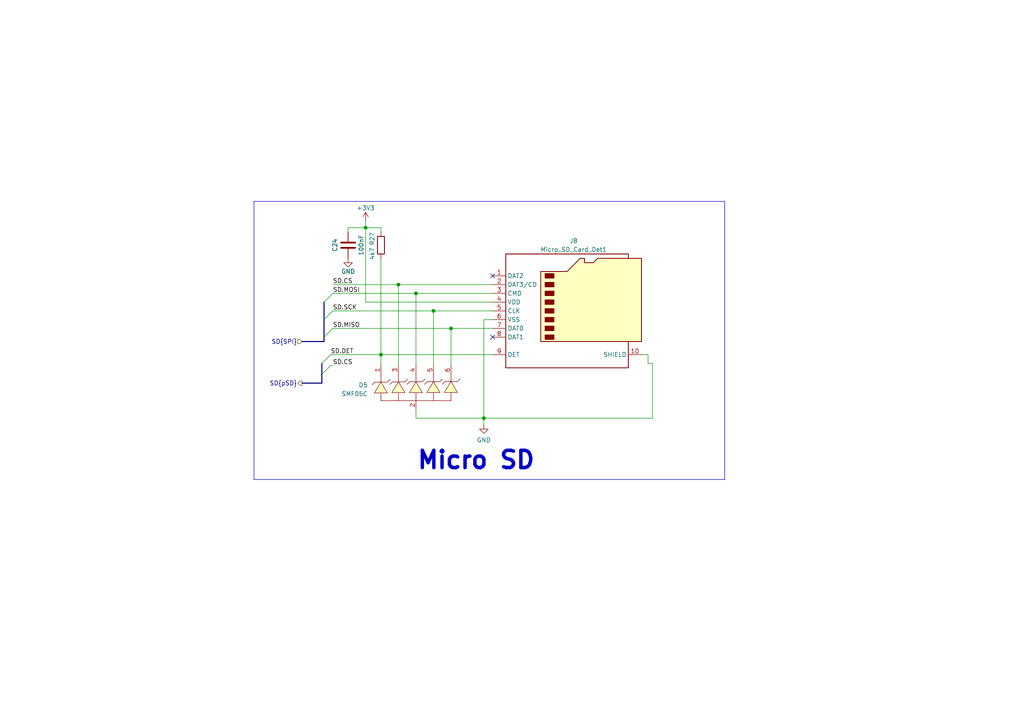
<source format=kicad_sch>
(kicad_sch (version 20230121) (generator eeschema)
  (paper "A4")
  (lib_symbols
    (symbol "Device:C" (pin_numbers hide) (pin_names (offset 0.254))
      (property "Reference" "C" (at 0.635 2.54 0))
      (property "Value" "C" (at 0.635 -2.54 0))
      (symbol "C_0_1"
        (polyline (pts (xy -2.032 -0.762) (xy 2.032 -0.762)) (stroke (width 0.508)))
        (polyline (pts (xy -2.032 0.762) (xy 2.032 0.762)) (stroke (width 0.508)))
      )
      (symbol "C_1_1"
        (pin passive line (at 0 3.81 270) (length 2.794) (name "~") (number "1"))
        (pin passive line (at 0 -3.81 90) (length 2.794) (name "~") (number "2"))
      )
    )
    (symbol "Device:R" (pin_numbers hide) (pin_names (offset 0))
      (property "Reference" "R" (at 2.032 0 90))
      (property "Value" "R" (at 0 0 90))
      (symbol "R_0_1"
        (rectangle (start -1.016 -2.54) (end 1.016 2.54) (stroke (width 0.254)))
      )
      (symbol "R_1_1"
        (pin passive line (at 0 3.81 270) (length 1.27) (name "~") (number "1"))
        (pin passive line (at 0 -3.81 90) (length 1.27) (name "~") (number "2"))
      )
    )
    (symbol "GND_15" (power) (pin_names (offset 0))
      (property "Value" "GND_15" (at 0 -3.81 0))
      (symbol "GND_15_0_1"
        (polyline (pts (xy 0 0) (xy 0 -1.27) (xy 1.27 -1.27) (xy 0 -2.54) (xy -1.27 -1.27) (xy 0 -1.27)))
      )
      (symbol "GND_15_1_1"
        (pin power_in line (at 0 0 270) (length 0) hide (name "GND") (number "1"))
      )
    )
    (symbol "IVS_SYMBOLS:Micro_SD_Card_Det1"
      (property "Reference" "J" (at -16.51 17.78 0))
      (property "Value" "Micro_SD_Card_Det1" (at 16.51 17.78 0))
      (symbol "Micro_SD_Card_Det1_0_1"
        (rectangle (start -7.62 -6.985) (end -5.08 -8.255) (stroke (width 0.254)) (fill (type outline)))
        (rectangle (start -7.62 -4.445) (end -5.08 -5.715) (stroke (width 0.254)) (fill (type outline)))
        (rectangle (start -7.62 -1.905) (end -5.08 -3.175) (stroke (width 0.254)) (fill (type outline)))
        (rectangle (start -7.62 0.635) (end -5.08 -0.635) (stroke (width 0.254)) (fill (type outline)))
        (rectangle (start -7.62 3.175) (end -5.08 1.905) (stroke (width 0.254)) (fill (type outline)))
        (rectangle (start -7.62 5.715) (end -5.08 4.445) (stroke (width 0.254)) (fill (type outline)))
        (rectangle (start -7.62 8.255) (end -5.08 6.985) (stroke (width 0.254)) (fill (type outline)))
        (rectangle (start -7.62 10.795) (end -5.08 9.525) (stroke (width 0.254)) (fill (type outline)))
        (polyline (pts (xy 16.51 15.24) (xy 16.51 16.51) (xy -19.05 16.51) (xy -19.05 -16.51) (xy 16.51 -16.51) (xy 16.51 -8.89)) (stroke (width 0.254)))
        (polyline (pts (xy -8.89 -8.89) (xy -8.89 11.43) (xy -1.27 11.43) (xy 2.54 15.24) (xy 3.81 15.24) (xy 3.81 13.97) (xy 6.35 13.97) (xy 7.62 15.24) (xy 20.32 15.24) (xy 20.32 -8.89) (xy -8.89 -8.89)) (stroke (width 0.254)) (fill (type background)))
      )
      (symbol "Micro_SD_Card_Det1_1_1"
        (pin bidirectional line (at -22.86 10.16 0) (length 3.81) (name "DAT2") (number "1"))
        (pin passive line (at 20.32 -12.7 180) (length 3.81) (name "SHIELD") (number "10"))
        (pin bidirectional line (at -22.86 7.62 0) (length 3.81) (name "DAT3/CD") (number "2"))
        (pin input line (at -22.86 5.08 0) (length 3.81) (name "CMD") (number "3"))
        (pin power_in line (at -22.86 2.54 0) (length 3.81) (name "VDD") (number "4"))
        (pin input line (at -22.86 0 0) (length 3.81) (name "CLK") (number "5"))
        (pin power_in line (at -22.86 -2.54 0) (length 3.81) (name "VSS") (number "6"))
        (pin bidirectional line (at -22.86 -5.08 0) (length 3.81) (name "DAT0") (number "7"))
        (pin bidirectional line (at -22.86 -7.62 0) (length 3.81) (name "DAT1") (number "8"))
        (pin passive line (at -22.86 -12.7 0) (length 3.81) (name "DET") (number "9"))
      )
    )
    (symbol "IVS_SYMBOLS:SMF05C" (pin_names (offset 1.016))
      (property "Reference" "D" (at -23.0178 0.1016 0))
      (property "Value" "SMF05C" (at -23.0396 -1.9581 0))
      (symbol "SMF05C_0_1"
        (polyline (pts (xy -10.16 -7.62) (xy 10.16 -7.62)))
        (polyline (pts (xy -12.7 -2.9972) (xy -11.938 -2.2352) (xy -10.16 -2.2352)))
        (polyline (pts (xy -7.62 -2.9464) (xy -6.858 -2.1844) (xy -5.08 -2.1844)))
        (polyline (pts (xy -7.5184 -1.4732) (xy -8.2804 -2.2352) (xy -10.0584 -2.2352)))
        (polyline (pts (xy -2.5908 -2.8956) (xy -1.8288 -2.1336) (xy -0.0508 -2.1336)))
        (polyline (pts (xy -2.4384 -1.4224) (xy -3.2004 -2.1844) (xy -4.9784 -2.1844)))
        (polyline (pts (xy 2.4892 -2.8956) (xy 3.2512 -2.1336) (xy 5.0292 -2.1336)))
        (polyline (pts (xy 2.5908 -1.3716) (xy 1.8288 -2.1336) (xy 0.0508 -2.1336)))
        (polyline (pts (xy 7.62 -2.8448) (xy 8.382 -2.0828) (xy 10.16 -2.0828)))
        (polyline (pts (xy 7.6708 -1.3716) (xy 6.9088 -2.1336) (xy 5.1308 -2.1336)))
        (polyline (pts (xy 12.8016 -1.3208) (xy 12.0396 -2.0828) (xy 10.2616 -2.0828)))
      )
      (symbol "SMF05C_1_1"
        (polyline (pts (xy -10.16 -5.461) (xy -10.16 -7.62)))
        (polyline (pts (xy -10.16 0) (xy -10.16 -2.286)))
        (polyline (pts (xy -5.08 -5.334) (xy -5.08 -7.62)))
        (polyline (pts (xy -5.08 0) (xy -5.08 -2.286)))
        (polyline (pts (xy 0 -5.334) (xy 0 -7.493)))
        (polyline (pts (xy 0 0.127) (xy 0 -2.159)))
        (polyline (pts (xy 5.08 -5.334) (xy 5.08 -7.62)))
        (polyline (pts (xy 5.08 0) (xy 5.08 -2.159)))
        (polyline (pts (xy 10.16 -5.334) (xy 10.16 -7.62)))
        (polyline (pts (xy 10.16 0) (xy 10.16 -2.159)))
        (polyline (pts (xy -10.16 -2.2352) (xy -12.0904 -5.3848) (xy -8.2804 -5.3848) (xy -10.16 -2.2352)) (fill (type background)))
        (polyline (pts (xy -5.08 -2.159) (xy -7.0104 -5.3086) (xy -3.2004 -5.3086) (xy -5.08 -2.159)) (fill (type background)))
        (polyline (pts (xy 0 -2.159) (xy -1.9304 -5.3086) (xy 1.8796 -5.3086) (xy 0 -2.159)) (fill (type background)))
        (polyline (pts (xy 5.08 -2.1336) (xy 3.1496 -5.2832) (xy 6.9596 -5.2832) (xy 5.08 -2.1336)) (fill (type background)))
        (polyline (pts (xy 10.16 -2.0828) (xy 8.2296 -5.2324) (xy 12.0396 -5.2324) (xy 10.16 -2.0828)) (fill (type background)))
        (pin passive line (at -10.16 2.54 270) (length 2.54) (name "") (number "1"))
        (pin passive line (at 0 -10.16 90) (length 2.54) (name "") (number "2"))
        (pin passive line (at -5.08 2.54 270) (length 2.54) (name "") (number "3"))
        (pin passive line (at 0 2.54 270) (length 2.54) (name "") (number "4"))
        (pin passive line (at 5.08 2.54 270) (length 2.54) (name "") (number "5"))
        (pin passive line (at 10.16 2.54 270) (length 2.54) (name "") (number "6"))
      )
    )
    (symbol "power:+3V3" (power) (pin_names (offset 0))
      (property "Value" "+3V3" (at 0 3.556 0))
      (symbol "+3V3_0_1"
        (polyline (pts (xy -0.762 1.27) (xy 0 2.54)))
        (polyline (pts (xy 0 0) (xy 0 2.54)))
        (polyline (pts (xy 0 2.54) (xy 0.762 1.27)))
      )
      (symbol "+3V3_1_1"
        (pin power_in line (at 0 0 90) (length 0) hide (name "+3V3") (number "1"))
      )
    )
  )
  (junction (at 130.81 95.25))
  (junction (at 115.57 82.55))
  (junction (at 106.045 66.04))
  (junction (at 120.65 85.09))
  (junction (at 110.49 102.87))
  (junction (at 125.73 90.17))
  (junction (at 140.335 121.285))
  (no_connect (at 142.875 80.01))
  (no_connect (at 142.875 97.79))
  (bus_entry (at 95.885 102.87) (size -2.54 2.54))
  (bus_entry (at 96.52 95.25) (size -2.54 2.54))
  (bus_entry (at 96.52 90.17) (size -2.54 2.54))
  (bus_entry (at 95.885 106.045) (size -2.54 2.54))
  (bus_entry (at 96.52 85.09) (size -2.54 2.54))
  (wire (pts (xy 106.045 87.63) (xy 106.045 66.04)))
  (wire (pts (xy 187.96 105.41) (xy 187.96 102.87)))
  (wire (pts (xy 95.885 106.045) (xy 96.52 106.045)))
  (wire (pts (xy 96.52 85.09) (xy 120.65 85.09)))
  (wire (pts (xy 130.81 95.25) (xy 130.81 106.045)))
  (wire (pts (xy 120.65 121.285) (xy 140.335 121.285)))
  (wire (pts (xy 130.81 95.25) (xy 142.875 95.25)))
  (wire (pts (xy 110.49 106.045) (xy 110.49 102.87)))
  (bus (pts (xy 87.63 99.06) (xy 93.98 99.06)))
  (wire (pts (xy 189.23 105.41) (xy 189.23 121.285)))
  (wire (pts (xy 115.57 82.55) (xy 142.875 82.55)))
  (wire (pts (xy 96.52 90.17) (xy 125.73 90.17)))
  (wire (pts (xy 110.49 66.04) (xy 110.49 67.31)))
  (wire (pts (xy 106.045 64.135) (xy 106.045 66.04)))
  (wire (pts (xy 187.96 105.41) (xy 189.23 105.41)))
  (bus (pts (xy 93.345 108.585) (xy 93.345 111.125)))
  (wire (pts (xy 95.885 102.87) (xy 110.49 102.87)))
  (bus (pts (xy 93.98 97.79) (xy 93.98 99.06)))
  (wire (pts (xy 120.65 85.09) (xy 142.875 85.09)))
  (wire (pts (xy 110.49 102.87) (xy 142.875 102.87)))
  (wire (pts (xy 142.875 87.63) (xy 106.045 87.63)))
  (wire (pts (xy 106.045 66.04) (xy 110.49 66.04)))
  (polyline (pts (xy 210.185 139.065) (xy 210.185 58.42)))
  (wire (pts (xy 96.52 95.25) (xy 130.81 95.25)))
  (wire (pts (xy 140.335 92.71) (xy 140.335 121.285)))
  (polyline (pts (xy 73.66 139.065) (xy 210.185 139.065)))
  (bus (pts (xy 93.98 87.63) (xy 93.98 92.71)))
  (polyline (pts (xy 73.66 58.42) (xy 73.66 139.065)))
  (bus (pts (xy 87.63 111.125) (xy 93.345 111.125)))
  (bus (pts (xy 93.345 105.41) (xy 93.345 108.585)))
  (wire (pts (xy 110.49 74.93) (xy 110.49 102.87)))
  (wire (pts (xy 100.965 66.04) (xy 106.045 66.04)))
  (polyline (pts (xy 73.66 58.42) (xy 210.185 58.42)))
  (wire (pts (xy 187.96 102.87) (xy 186.055 102.87)))
  (wire (pts (xy 100.965 67.31) (xy 100.965 66.04)))
  (wire (pts (xy 125.73 90.17) (xy 142.875 90.17)))
  (wire (pts (xy 120.65 118.745) (xy 120.65 121.285)))
  (wire (pts (xy 96.52 82.55) (xy 115.57 82.55)))
  (bus (pts (xy 93.98 92.71) (xy 93.98 97.79)))
  (wire (pts (xy 115.57 106.045) (xy 115.57 82.55)))
  (wire (pts (xy 140.335 121.285) (xy 140.335 123.19)))
  (wire (pts (xy 140.335 121.285) (xy 189.23 121.285)))
  (wire (pts (xy 125.73 90.17) (xy 125.73 106.045)))
  (wire (pts (xy 140.335 92.71) (xy 142.875 92.71)))
  (wire (pts (xy 120.65 85.09) (xy 120.65 106.045)))
  (text "Micro SD\n" (at 120.65 136.525 0) (effects (font (size 5 5) bold) (justify left bottom)))
  (label "SD.SCK" (at 96.52 90.17 0))
  (label "SD.MOSI" (at 96.52 85.09 0))
  (label "SD.DET" (at 95.885 102.87 0))
  (label "SD.CS" (at 96.52 106.045 0))
  (label "SD.CS" (at 96.52 82.55 0))
  (label "SD.MISO" (at 96.52 95.25 0))
  (hierarchical_label "SD{pSD}" (shape output) (at 87.63 111.125 180))
  (hierarchical_label "SD{SPI}" (shape input) (at 87.63 99.06 180))
  (symbol (lib_id "Device:C") (at 100.965 71.12 180) (unit 1)
    (property "Reference" "C24" (at 97.155 71.12 90))
    (property "Value" "100nF" (at 104.775 71.12 90))
    (property "Footprint" "IVS_FOOTPRINTS:C_0603" (effects hide))
    (instances (project "dongtam" (path "" (reference "C24") (unit 1))) (project "DO_AN_DKTD" (path "" (reference "C10") (unit 1)) (path "" (reference "C10") (unit 1))))
  )
  (symbol (lib_id "IVS_SYMBOLS:SMF05C") (at 120.65 108.585 0) (unit 1)
    (property "Reference" "D5" (at 106.68 111.6965 0) (effects (justify right)))
    (property "Value" "SMF05C" (at 106.68 114.2365 0) (effects (justify right)))
    (property "Footprint" "IVS_FOOTPRINTS:TSSOP-6" (effects hide))
    (property "Datasheet" "https://www.onsemi.com/pdf/datasheet/smf05c-d.pdf" (effects hide))
    (property "Buy" "https://www.thegioiic.com/smf05c-tct" (effects hide))
    (property "Supplier and ref" "https://www.thegioiic.com/smf05c-tct" (effects hide))
  )
  (symbol (lib_name "GND_15") (lib_id "power:GND") (at 140.335 123.19 0) (unit 1)
    (property "Reference" "#PWR013" (effects hide))
    (property "Value" "GND" (at 140.335 127.635 0))
    (instances (project "DO_AN_DKTD" (path "" (reference "#PWR013") (unit 1)) (path "" (reference "#PWR045") (unit 1)) (path "" (reference "#PWR045") (unit 1))))
  )
  (symbol (lib_id "Device:R") (at 110.49 71.12 0) (mirror y) (unit 1)
    (property "Reference" "R27" (at 107.95 67.31 90) (effects (justify right)))
    (property "Value" "4k7" (at 107.95 71.755 90) (effects (justify right)))
    (property "Footprint" "IVS_FOOTPRINTS:R_0603" (effects hide))
    (instances (project "DO_AN_DKTD" (path "" (reference "R27") (unit 1)) (path "" (reference "R55") (unit 1)) (path "" (reference "R52") (unit 1))))
  )
  (symbol (lib_id "power:+3V3") (at 106.045 64.135 0) (unit 1)
    (property "Reference" "#PWR014" (effects hide))
    (property "Value" "+3V3" (at 106.045 60.325 0))
    (instances (project "DO_AN_DKTD" (path "" (reference "#PWR014") (unit 1)) (path "" (reference "#PWR044") (unit 1)) (path "" (reference "#PWR044") (unit 1))))
  )
  (symbol (lib_name "GND_15") (lib_id "power:GND") (at 100.965 74.93 0) (unit 1)
    (property "Reference" "#PWR013" (effects hide))
    (property "Value" "GND" (at 100.965 78.74 0))
    (instances (project "DO_AN_DKTD" (path "" (reference "#PWR013") (unit 1)) (path "" (reference "#PWR018") (unit 1)) (path "" (reference "#PWR018") (unit 1))))
  )
  (symbol (lib_id "IVS_SYMBOLS:Micro_SD_Card_Det1") (at 165.735 90.17 0) (unit 1)
    (property "Reference" "J8" (at 166.37 69.85 0))
    (property "Value" "Micro_SD_Card_Det1" (at 166.37 72.39 0))
    (property "Footprint" "IVS_FOOTPRINTS:Socket_MicroSD-9P" (effects hide))
    (property "Datasheet" "https://datasheet.lcsc.com/lcsc/2110151630_XKB-Connectivity-XKTF-015-N_C381082.pdf" (effects hide))
    (instances (project "DO_AN_DKTD" (path "" (reference "J8") (unit 1)) (path "" (reference "J12") (unit 1))))
  )
)
</source>
